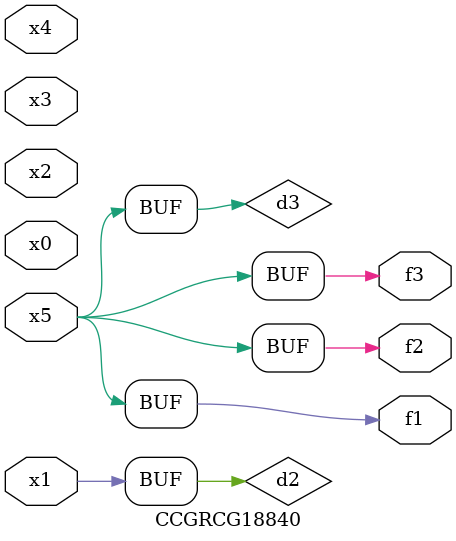
<source format=v>
module CCGRCG18840(
	input x0, x1, x2, x3, x4, x5,
	output f1, f2, f3
);

	wire d1, d2, d3;

	not (d1, x5);
	or (d2, x1);
	xnor (d3, d1);
	assign f1 = d3;
	assign f2 = d3;
	assign f3 = d3;
endmodule

</source>
